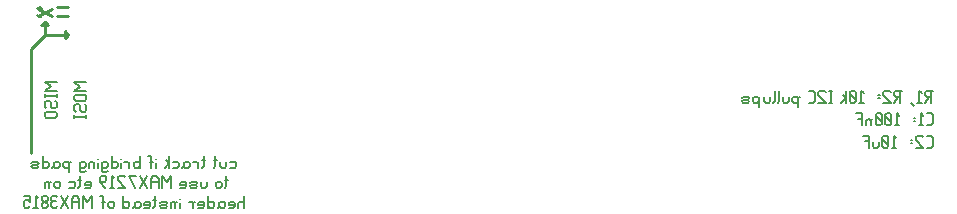
<source format=gbo>
G04 start of page 2 for group 10 layer_idx 5 *
G04 Title: (unknown), bottom_silk *
G04 Creator: pcb-rnd 3.1.0-dev *
G04 CreationDate: 2023-02-07 00:46:01 UTC *
G04 For: esh *
G04 Format: Gerber/RS-274X *
G04 PCB-Dimensions: 322000 195000 *
G04 PCB-Coordinate-Origin: lower left *
%MOIN*%
%FSLAX25Y25*%
%LNBOTTOM_SILK_NONE_10*%
%ADD44C,0.0070*%
%ADD43C,0.0100*%
G54D43*X22000Y171640D02*X18220D01*
X16535Y170984D02*X11811Y168622D01*
Y170984D02*X16535Y168622D01*
X22000Y168440D02*X18220D01*
X20866Y161142D02*X22047Y162323D01*
X20866Y163504D01*
Y161142D01*
Y162323D02*X14173D01*
X9449Y157598D01*
Y122953D01*
X14173Y162323D02*Y166654D01*
X15354Y165472D01*
X12992D01*
X14173Y166654D01*
X11811Y170984D02*G75*G02X13303Y170632I704J-352D01*G01*
X11811Y168622D02*G75*G03X13303Y168974I704J352D01*G01*
G54D44*X14140Y146620D02*X18140D01*
X14140D02*X16140Y145120D01*
X14140Y143620D01*
X18140D01*
X14140Y142420D02*Y141420D01*
Y141920D02*X18140D01*
Y142420D02*Y141420D01*
X14140Y138220D02*X14640Y137720D01*
X14140Y139720D02*Y138220D01*
X14640Y140220D02*X14140Y139720D01*
X14640Y140220D02*X15640D01*
X16140Y139720D01*
Y138220D01*
X16640Y137720D01*
X17640D01*
X18140Y138220D02*X17640Y137720D01*
X18140Y139720D02*Y138220D01*
X17640Y140220D02*X18140Y139720D01*
X14640Y136520D02*X17640D01*
X14640D02*X14140Y136020D01*
Y135020D01*
X14640Y134520D01*
X17640D01*
X18140Y135020D02*X17640Y134520D01*
X18140Y136020D02*Y135020D01*
X17640Y136520D02*X18140Y136020D01*
X23990Y146470D02*X27990D01*
X23990D02*X25990Y144970D01*
X23990Y143470D01*
X27990D01*
X24490Y142270D02*X27490D01*
X24490D02*X23990Y141770D01*
Y140770D01*
X24490Y140270D01*
X27490D01*
X27990Y140770D02*X27490Y140270D01*
X27990Y141770D02*Y140770D01*
X27490Y142270D02*X27990Y141770D01*
X23990Y137070D02*X24490Y136570D01*
X23990Y138570D02*Y137070D01*
X24490Y139070D02*X23990Y138570D01*
X24490Y139070D02*X25490D01*
X25990Y138570D01*
Y137070D01*
X26490Y136570D01*
X27490D01*
X27990Y137070D02*X27490Y136570D01*
X27990Y138570D02*Y137070D01*
X27490Y139070D02*X27990Y138570D01*
X23990Y135370D02*Y134370D01*
Y134870D02*X27990D01*
Y135370D02*Y134370D01*
X77453Y119953D02*X75953D01*
X77953Y119453D02*X77453Y119953D01*
X77953Y119453D02*Y118453D01*
X77453Y117953D01*
X75953D01*
X74753Y119953D02*Y118453D01*
X74253Y117953D01*
X73253D01*
X72753Y118453D01*
Y119953D02*Y118453D01*
X71053Y121953D02*Y118453D01*
X70553Y117953D01*
X71553Y120453D02*X70553D01*
X67253Y121953D02*Y118453D01*
X66753Y117953D01*
X67753Y120453D02*X66753D01*
X65253Y119453D02*Y117953D01*
Y119453D02*X64753Y119953D01*
X63753D01*
X65753D02*X65253Y119453D01*
X61053Y119953D02*X60553Y119453D01*
X62053Y119953D02*X61053D01*
X62553Y119453D02*X62053Y119953D01*
X62553Y119453D02*Y118453D01*
X62053Y117953D01*
X60553Y119953D02*Y118453D01*
X60053Y117953D01*
X62053D02*X61053D01*
X60553Y118453D01*
X58353Y119953D02*X56853D01*
X58853Y119453D02*X58353Y119953D01*
X58853Y119453D02*Y118453D01*
X58353Y117953D01*
X56853D01*
X55653Y121953D02*Y117953D01*
Y119453D02*X54153Y117953D01*
X55653Y119453D02*X54653Y120453D01*
X51153Y120953D02*Y120853D01*
Y119453D02*Y117953D01*
X49653Y121453D02*Y117953D01*
Y121453D02*X49153Y121953D01*
X48653D01*
X50153Y119953D02*X49153D01*
X45853Y121953D02*Y117953D01*
Y118453D02*X45353Y117953D01*
X44353D01*
X43853Y118453D01*
Y119453D02*Y118453D01*
X44353Y119953D02*X43853Y119453D01*
X45353Y119953D02*X44353D01*
X45853Y119453D02*X45353Y119953D01*
X42153Y119453D02*Y117953D01*
Y119453D02*X41653Y119953D01*
X40653D01*
X42653D02*X42153Y119453D01*
X39453Y120953D02*Y120853D01*
Y119453D02*Y117953D01*
X36453Y121953D02*Y117953D01*
X36953D02*X36453Y118453D01*
X37953Y117953D02*X36953D01*
X38453Y118453D02*X37953Y117953D01*
X38453Y119453D02*Y118453D01*
Y119453D02*X37953Y119953D01*
X36953D01*
X36453Y119453D01*
X33753Y119953D02*X33253Y119453D01*
X34753Y119953D02*X33753D01*
X35253Y119453D02*X34753Y119953D01*
X35253Y119453D02*Y118453D01*
X34753Y117953D01*
X33753D01*
X33253Y118453D01*
X35253Y116953D02*X34753Y116453D01*
X33753D01*
X33253Y116953D01*
Y119953D02*Y116953D01*
X32053Y120953D02*Y120853D01*
Y119453D02*Y117953D01*
X30553Y119453D02*Y117953D01*
Y119453D02*X30053Y119953D01*
X29553D01*
X29053Y119453D01*
Y117953D01*
X31053Y119953D02*X30553Y119453D01*
X26353Y119953D02*X25853Y119453D01*
X27353Y119953D02*X26353D01*
X27853Y119453D02*X27353Y119953D01*
X27853Y119453D02*Y118453D01*
X27353Y117953D01*
X26353D01*
X25853Y118453D01*
X27853Y116953D02*X27353Y116453D01*
X26353D01*
X25853Y116953D01*
Y119953D02*Y116953D01*
X22353Y119453D02*Y116453D01*
X22853Y119953D02*X22353Y119453D01*
X21853Y119953D01*
X20853D01*
X20353Y119453D01*
Y118453D01*
X20853Y117953D02*X20353Y118453D01*
X21853Y117953D02*X20853D01*
X22353Y118453D02*X21853Y117953D01*
X17653Y119953D02*X17153Y119453D01*
X18653Y119953D02*X17653D01*
X19153Y119453D02*X18653Y119953D01*
X19153Y119453D02*Y118453D01*
X18653Y117953D01*
X17153Y119953D02*Y118453D01*
X16653Y117953D01*
X18653D02*X17653D01*
X17153Y118453D01*
X13453Y121953D02*Y117953D01*
X13953D02*X13453Y118453D01*
X14953Y117953D02*X13953D01*
X15453Y118453D02*X14953Y117953D01*
X15453Y119453D02*Y118453D01*
Y119453D02*X14953Y119953D01*
X13953D01*
X13453Y119453D01*
X11753Y117953D02*X10253D01*
X9753Y118453D01*
X10253Y118953D02*X9753Y118453D01*
X11753Y118953D02*X10253D01*
X12253Y119453D02*X11753Y118953D01*
X12253Y119453D02*X11753Y119953D01*
X10253D01*
X9753Y119453D01*
X12253Y118453D02*X11753Y117953D01*
X74697Y115260D02*Y111760D01*
X74197Y111260D01*
X75197Y113760D02*X74197D01*
X73197Y112760D02*Y111760D01*
Y112760D02*X72697Y113260D01*
X71697D01*
X71197Y112760D01*
Y111760D01*
X71697Y111260D02*X71197Y111760D01*
X72697Y111260D02*X71697D01*
X73197Y111760D02*X72697Y111260D01*
X68197Y113260D02*Y111760D01*
X67697Y111260D01*
X66697D01*
X66197Y111760D01*
Y113260D02*Y111760D01*
X64497Y111260D02*X62997D01*
X62497Y111760D01*
X62997Y112260D02*X62497Y111760D01*
X64497Y112260D02*X62997D01*
X64997Y112760D02*X64497Y112260D01*
X64997Y112760D02*X64497Y113260D01*
X62997D01*
X62497Y112760D01*
X64997Y111760D02*X64497Y111260D01*
X60797D02*X59297D01*
X61297Y111760D02*X60797Y111260D01*
X61297Y112760D02*Y111760D01*
Y112760D02*X60797Y113260D01*
X59797D01*
X59297Y112760D01*
X61297Y112260D02*X59297D01*
Y112760D01*
X56297Y115260D02*Y111260D01*
Y115260D02*X54797Y113260D01*
X53297Y115260D01*
Y111260D01*
X52097Y114260D02*Y111260D01*
Y114260D02*X51397Y115260D01*
X50297D01*
X49597Y114260D01*
Y111260D01*
X52097Y113260D02*X49597D01*
X48397Y111260D02*X45897Y115260D01*
X48397D02*X45897Y111260D01*
X44197D02*X42197Y115260D01*
X44697D02*X42197D01*
X40997Y114760D02*X40497Y115260D01*
X38997D01*
X38497Y114760D01*
Y113760D01*
X40997Y111260D02*X38497Y113760D01*
X40997Y111260D02*X38497D01*
X37297Y114460D02*X36497Y115260D01*
Y111260D01*
X37297D02*X35797D01*
X34097D02*X32597Y113260D01*
Y114760D02*Y113260D01*
X33097Y115260D02*X32597Y114760D01*
X34097Y115260D02*X33097D01*
X34597Y114760D02*X34097Y115260D01*
X34597Y114760D02*Y113760D01*
X34097Y113260D01*
X32597D01*
X29097Y111260D02*X27597D01*
X29597Y111760D02*X29097Y111260D01*
X29597Y112760D02*Y111760D01*
Y112760D02*X29097Y113260D01*
X28097D01*
X27597Y112760D01*
X29597Y112260D02*X27597D01*
Y112760D01*
X25897Y115260D02*Y111760D01*
X25397Y111260D01*
X26397Y113760D02*X25397D01*
X23897Y113260D02*X22397D01*
X24397Y112760D02*X23897Y113260D01*
X24397Y112760D02*Y111760D01*
X23897Y111260D01*
X22397D01*
X19397Y112760D02*Y111760D01*
Y112760D02*X18897Y113260D01*
X17897D01*
X17397Y112760D01*
Y111760D01*
X17897Y111260D02*X17397Y111760D01*
X18897Y111260D02*X17897D01*
X19397Y111760D02*X18897Y111260D01*
X15697Y112760D02*Y111260D01*
Y112760D02*X15197Y113260D01*
X14697D01*
X14197Y112760D01*
Y111260D01*
X16197Y113260D02*X15697Y112760D01*
X309536Y124646D02*X308236D01*
X310236Y125346D02*X309536Y124646D01*
X310236Y127946D02*Y125346D01*
Y127946D02*X309536Y128646D01*
X308236D01*
X307036Y128146D02*X306536Y128646D01*
X305036D01*
X304536Y128146D01*
Y127146D01*
X307036Y124646D02*X304536Y127146D01*
X307036Y124646D02*X304536D01*
X303336Y127146D02*X302836D01*
X303336Y126146D02*X302836D01*
X298036Y127846D02*X297236Y128646D01*
Y124646D01*
X298036D02*X296536D01*
X295336Y125146D02*X294836Y124646D01*
X295336Y128146D02*Y125146D01*
Y128146D02*X294836Y128646D01*
X293836D01*
X293336Y128146D01*
Y125146D01*
X293836Y124646D02*X293336Y125146D01*
X294836Y124646D02*X293836D01*
X295336Y125646D02*X293336Y127646D01*
X292136Y126646D02*Y125146D01*
X291636Y124646D01*
X290636D01*
X290136Y125146D01*
Y126646D02*Y125146D01*
X288936Y128646D02*Y124646D01*
Y128646D02*X286936D01*
X288936Y126846D02*X287436D01*
X309536Y132126D02*X308236D01*
X310236Y132826D02*X309536Y132126D01*
X310236Y135426D02*Y132826D01*
Y135426D02*X309536Y136126D01*
X308236D01*
X307036Y135326D02*X306236Y136126D01*
Y132126D01*
X307036D02*X305536D01*
X304336Y134626D02*X303836D01*
X304336Y133626D02*X303836D01*
X299036Y135326D02*X298236Y136126D01*
Y132126D01*
X299036D02*X297536D01*
X296336Y132626D02*X295836Y132126D01*
X296336Y135626D02*Y132626D01*
Y135626D02*X295836Y136126D01*
X294836D01*
X294336Y135626D01*
Y132626D01*
X294836Y132126D02*X294336Y132626D01*
X295836Y132126D02*X294836D01*
X296336Y133126D02*X294336Y135126D01*
X293136Y132626D02*X292636Y132126D01*
X293136Y135626D02*Y132626D01*
Y135626D02*X292636Y136126D01*
X291636D01*
X291136Y135626D01*
Y132626D01*
X291636Y132126D02*X291136Y132626D01*
X292636Y132126D02*X291636D01*
X293136Y133126D02*X291136Y135126D01*
X289436Y133626D02*Y132126D01*
Y133626D02*X288936Y134126D01*
X288436D01*
X287936Y133626D01*
Y132126D01*
X289936Y134126D02*X289436Y133626D01*
X286736Y136126D02*Y132126D01*
Y136126D02*X284736D01*
X286736Y134326D02*X285236D01*
X310236Y143606D02*X308236D01*
X307736Y143106D01*
Y142106D01*
X308236Y141606D02*X307736Y142106D01*
X309736Y141606D02*X308236D01*
X309736Y143606D02*Y139606D01*
X308936Y141606D02*X307736Y139606D01*
X306536Y142806D02*X305736Y143606D01*
Y139606D01*
X306536D02*X305036D01*
X303836Y138606D02*X302836Y139606D01*
X299836Y143606D02*X297836D01*
X297336Y143106D01*
Y142106D01*
X297836Y141606D02*X297336Y142106D01*
X299336Y141606D02*X297836D01*
X299336Y143606D02*Y139606D01*
X298536Y141606D02*X297336Y139606D01*
X296136Y143106D02*X295636Y143606D01*
X294136D01*
X293636Y143106D01*
Y142106D01*
X296136Y139606D02*X293636Y142106D01*
X296136Y139606D02*X293636D01*
X292436Y142106D02*X291936D01*
X292436Y141106D02*X291936D01*
X287136Y142806D02*X286336Y143606D01*
Y139606D01*
X287136D02*X285636D01*
X284436Y140106D02*X283936Y139606D01*
X284436Y143106D02*Y140106D01*
Y143106D02*X283936Y143606D01*
X282936D01*
X282436Y143106D01*
Y140106D01*
X282936Y139606D02*X282436Y140106D01*
X283936Y139606D02*X282936D01*
X284436Y140606D02*X282436Y142606D01*
X281236Y143606D02*Y139606D01*
Y141106D02*X279736Y139606D01*
X281236Y141106D02*X280236Y142106D01*
X276736Y143606D02*X275736D01*
X276236D02*Y139606D01*
X276736D02*X275736D01*
X274536Y143106D02*X274036Y143606D01*
X272536D01*
X272036Y143106D01*
Y142106D01*
X274536Y139606D02*X272036Y142106D01*
X274536Y139606D02*X272036D01*
X270136D02*X268836D01*
X270836Y140306D02*X270136Y139606D01*
X270836Y142906D02*Y140306D01*
Y142906D02*X270136Y143606D01*
X268836D01*
X265336Y141106D02*Y138106D01*
X265836Y141606D02*X265336Y141106D01*
X264836Y141606D01*
X263836D01*
X263336Y141106D01*
Y140106D01*
X263836Y139606D02*X263336Y140106D01*
X264836Y139606D02*X263836D01*
X265336Y140106D02*X264836Y139606D01*
X262136Y141606D02*Y140106D01*
X261636Y139606D01*
X260636D01*
X260136Y140106D01*
Y141606D02*Y140106D01*
X258936Y143606D02*Y140106D01*
X258436Y139606D01*
X257436Y143606D02*Y140106D01*
X256936Y139606D01*
X255936Y141606D02*Y140106D01*
X255436Y139606D01*
X254436D01*
X253936Y140106D01*
Y141606D02*Y140106D01*
X252236Y141106D02*Y138106D01*
X252736Y141606D02*X252236Y141106D01*
X251736Y141606D01*
X250736D01*
X250236Y141106D01*
Y140106D01*
X250736Y139606D02*X250236Y140106D01*
X251736Y139606D02*X250736D01*
X252236Y140106D02*X251736Y139606D01*
X248536D02*X247036D01*
X246536Y140106D01*
X247036Y140606D02*X246536Y140106D01*
X248536Y140606D02*X247036D01*
X249036Y141106D02*X248536Y140606D01*
X249036Y141106D02*X248536Y141606D01*
X247036D01*
X246536Y141106D01*
X249036Y140106D02*X248536Y139606D01*
X80709Y108567D02*Y104567D01*
Y106067D02*X80209Y106567D01*
X79209D01*
X78709Y106067D01*
Y104567D01*
X77009D02*X75509D01*
X77509Y105067D02*X77009Y104567D01*
X77509Y106067D02*Y105067D01*
Y106067D02*X77009Y106567D01*
X76009D01*
X75509Y106067D01*
X77509Y105567D02*X75509D01*
Y106067D01*
X72809Y106567D02*X72309Y106067D01*
X73809Y106567D02*X72809D01*
X74309Y106067D02*X73809Y106567D01*
X74309Y106067D02*Y105067D01*
X73809Y104567D01*
X72309Y106567D02*Y105067D01*
X71809Y104567D01*
X73809D02*X72809D01*
X72309Y105067D01*
X68609Y108567D02*Y104567D01*
X69109D02*X68609Y105067D01*
X70109Y104567D02*X69109D01*
X70609Y105067D02*X70109Y104567D01*
X70609Y106067D02*Y105067D01*
Y106067D02*X70109Y106567D01*
X69109D01*
X68609Y106067D01*
X66909Y104567D02*X65409D01*
X67409Y105067D02*X66909Y104567D01*
X67409Y106067D02*Y105067D01*
Y106067D02*X66909Y106567D01*
X65909D01*
X65409Y106067D01*
X67409Y105567D02*X65409D01*
Y106067D01*
X63709D02*Y104567D01*
Y106067D02*X63209Y106567D01*
X62209D01*
X64209D02*X63709Y106067D01*
X59209Y107567D02*Y107467D01*
Y106067D02*Y104567D01*
X57709Y106067D02*Y104567D01*
Y106067D02*X57209Y106567D01*
X56709D01*
X56209Y106067D01*
Y104567D01*
X58209Y106567D02*X57709Y106067D01*
X54509Y104567D02*X53009D01*
X52509Y105067D01*
X53009Y105567D02*X52509Y105067D01*
X54509Y105567D02*X53009D01*
X55009Y106067D02*X54509Y105567D01*
X55009Y106067D02*X54509Y106567D01*
X53009D01*
X52509Y106067D01*
X55009Y105067D02*X54509Y104567D01*
X50809Y108567D02*Y105067D01*
X50309Y104567D01*
X51309Y107067D02*X50309D01*
X48809Y104567D02*X47309D01*
X49309Y105067D02*X48809Y104567D01*
X49309Y106067D02*Y105067D01*
Y106067D02*X48809Y106567D01*
X47809D01*
X47309Y106067D01*
X49309Y105567D02*X47309D01*
Y106067D01*
X44609Y106567D02*X44109Y106067D01*
X45609Y106567D02*X44609D01*
X46109Y106067D02*X45609Y106567D01*
X46109Y106067D02*Y105067D01*
X45609Y104567D01*
X44109Y106567D02*Y105067D01*
X43609Y104567D01*
X45609D02*X44609D01*
X44109Y105067D01*
X40409Y108567D02*Y104567D01*
X40909D02*X40409Y105067D01*
X41909Y104567D02*X40909D01*
X42409Y105067D02*X41909Y104567D01*
X42409Y106067D02*Y105067D01*
Y106067D02*X41909Y106567D01*
X40909D01*
X40409Y106067D01*
X37409D02*Y105067D01*
Y106067D02*X36909Y106567D01*
X35909D01*
X35409Y106067D01*
Y105067D01*
X35909Y104567D02*X35409Y105067D01*
X36909Y104567D02*X35909D01*
X37409Y105067D02*X36909Y104567D01*
X33709Y108067D02*Y104567D01*
Y108067D02*X33209Y108567D01*
X32709D01*
X34209Y106567D02*X33209D01*
X29909Y108567D02*Y104567D01*
Y108567D02*X28409Y106567D01*
X26909Y108567D01*
Y104567D01*
X25709Y107567D02*Y104567D01*
Y107567D02*X25009Y108567D01*
X23909D01*
X23209Y107567D01*
Y104567D01*
X25709Y106567D02*X23209D01*
X22009Y104567D02*X19509Y108567D01*
X22009D02*X19509Y104567D01*
X18309Y108067D02*X17809Y108567D01*
X16809D01*
X16309Y108067D01*
X16809Y104567D02*X16309Y105067D01*
X17809Y104567D02*X16809D01*
X18309Y105067D02*X17809Y104567D01*
Y106767D02*X16809D01*
X16309Y108067D02*Y107267D01*
Y106267D02*Y105067D01*
Y106267D02*X16809Y106767D01*
X16309Y107267D02*X16809Y106767D01*
X15109Y105067D02*X14609Y104567D01*
X15109Y105867D02*Y105067D01*
Y105867D02*X14409Y106567D01*
X13809D01*
X13109Y105867D01*
Y105067D01*
X13609Y104567D02*X13109Y105067D01*
X14609Y104567D02*X13609D01*
X15109Y107267D02*X14409Y106567D01*
X15109Y108067D02*Y107267D01*
Y108067D02*X14609Y108567D01*
X13609D01*
X13109Y108067D01*
Y107267D01*
X13809Y106567D02*X13109Y107267D01*
X11909Y107767D02*X11109Y108567D01*
Y104567D01*
X11909D02*X10409D01*
X9209Y108567D02*X7209D01*
X9209D02*Y106567D01*
X8709Y107067D01*
X7709D01*
X7209Y106567D01*
Y105067D01*
X7709Y104567D02*X7209Y105067D01*
X8709Y104567D02*X7709D01*
X9209Y105067D02*X8709Y104567D01*
M02*

</source>
